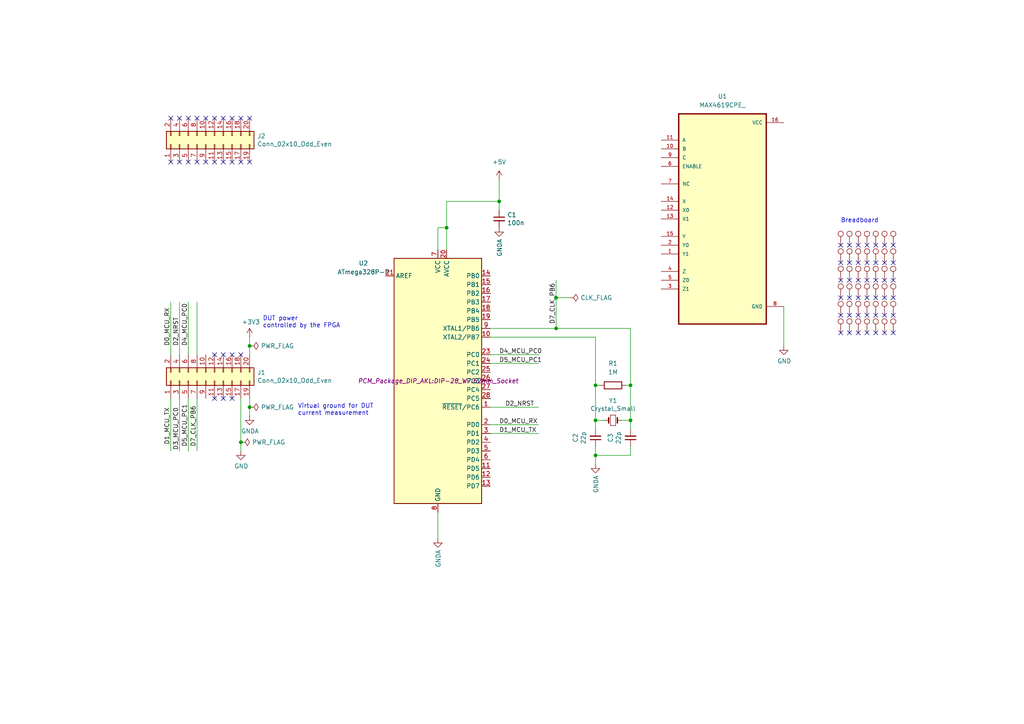
<source format=kicad_sch>
(kicad_sch (version 20231120) (generator "eeschema") (generator_version "8.0")
  (paper "A4")
  (title_block (title "Scaffold AtMega328p daughterboard") (date "2024-0-21") (company "Laurent Bonnet") (comment 1 "Under LGPL v3 license"))
  (lib_symbols
    (symbol "Device:R" (pin_numbers hide) (pin_names (offset 0))
      (property "Reference" "R" (at 2.032 0 90))
      (property "Value" "R" (at 0 0 90))
      (symbol "R_0_1"
        (rectangle (start -1.016 -2.54) (end 1.016 2.54) (stroke (width 0.254)))
      )
      (symbol "R_1_1"
        (pin passive line (at 0 3.81 270) (length 1.27) (name "~") (number "1"))
        (pin passive line (at 0 -3.81 90) (length 1.27) (name "~") (number "2"))
      )
    )
    (symbol "MAX4619CPE_:MAX4619CPE_" (pin_names (offset 1.016))
      (property "Reference" "U" (at -12.7 31.48 0))
      (property "Value" "MAX4619CPE_" (at -12.7 -34.48 0))
      (symbol "MAX4619CPE__0_0"
        (rectangle (start -12.7 -30.48) (end 12.7 30.48) (stroke (width 0.41)) (fill (type background)))
        (pin bidirectional line (at -17.78 -10.16 0) (length 5.08) (name "Y1") (number "1"))
        (pin input line (at -17.78 20.32 0) (length 5.08) (name "B") (number "10"))
        (pin input line (at -17.78 22.86 0) (length 5.08) (name "A") (number "11"))
        (pin bidirectional line (at -17.78 2.54 0) (length 5.08) (name "X0") (number "12"))
        (pin bidirectional line (at -17.78 0 0) (length 5.08) (name "X1") (number "13"))
        (pin bidirectional line (at -17.78 5.08 0) (length 5.08) (name "X") (number "14"))
        (pin bidirectional line (at -17.78 -5.08 0) (length 5.08) (name "Y") (number "15"))
        (pin power_in line (at 17.78 27.94 180) (length 5.08) (name "VCC") (number "16"))
        (pin bidirectional line (at -17.78 -7.62 0) (length 5.08) (name "Y0") (number "2"))
        (pin bidirectional line (at -17.78 -20.32 0) (length 5.08) (name "Z1") (number "3"))
        (pin bidirectional line (at -17.78 -15.24 0) (length 5.08) (name "Z") (number "4"))
        (pin bidirectional line (at -17.78 -17.78 0) (length 5.08) (name "Z0") (number "5"))
        (pin input line (at -17.78 15.24 0) (length 5.08) (name "ENABLE") (number "6"))
        (pin bidirectional line (at -17.78 10.16 0) (length 5.08) (name "NC") (number "7"))
        (pin power_in line (at 17.78 -25.4 180) (length 5.08) (name "GND") (number "8"))
        (pin input line (at -17.78 17.78 0) (length 5.08) (name "C") (number "9"))
      )
    )
    (symbol "MCU_Microchip_ATmega:ATmega328P-P"
      (property "Reference" "U" (at -12.7 36.83 0))
      (property "Value" "ATmega328P-P" (at 2.54 -36.83 0))
      (symbol "ATmega328P-P_0_1"
        (rectangle (start -12.7 -35.56) (end 12.7 35.56) (stroke (width 0.254)) (fill (type background)))
      )
      (symbol "ATmega328P-P_1_1"
        (pin bidirectional line (at 15.24 -7.62 180) (length 2.54) (name "~{RESET}/PC6") (number "1"))
        (pin bidirectional line (at 15.24 12.7 180) (length 2.54) (name "XTAL2/PB7") (number "10"))
        (pin bidirectional line (at 15.24 -25.4 180) (length 2.54) (name "PD5") (number "11"))
        (pin bidirectional line (at 15.24 -27.94 180) (length 2.54) (name "PD6") (number "12"))
        (pin bidirectional line (at 15.24 -30.48 180) (length 2.54) (name "PD7") (number "13"))
        (pin bidirectional line (at 15.24 30.48 180) (length 2.54) (name "PB0") (number "14"))
        (pin bidirectional line (at 15.24 27.94 180) (length 2.54) (name "PB1") (number "15"))
        (pin bidirectional line (at 15.24 25.4 180) (length 2.54) (name "PB2") (number "16"))
        (pin bidirectional line (at 15.24 22.86 180) (length 2.54) (name "PB3") (number "17"))
        (pin bidirectional line (at 15.24 20.32 180) (length 2.54) (name "PB4") (number "18"))
        (pin bidirectional line (at 15.24 17.78 180) (length 2.54) (name "PB5") (number "19"))
        (pin bidirectional line (at 15.24 -12.7 180) (length 2.54) (name "PD0") (number "2"))
        (pin power_in line (at 2.54 38.1 270) (length 2.54) (name "AVCC") (number "20"))
        (pin passive line (at -15.24 30.48 0) (length 2.54) (name "AREF") (number "21"))
        (pin passive line (at 0 -38.1 90) (length 2.54) hide (name "GND") (number "22"))
        (pin bidirectional line (at 15.24 7.62 180) (length 2.54) (name "PC0") (number "23"))
        (pin bidirectional line (at 15.24 5.08 180) (length 2.54) (name "PC1") (number "24"))
        (pin bidirectional line (at 15.24 2.54 180) (length 2.54) (name "PC2") (number "25"))
        (pin bidirectional line (at 15.24 0 180) (length 2.54) (name "PC3") (number "26"))
        (pin bidirectional line (at 15.24 -2.54 180) (length 2.54) (name "PC4") (number "27"))
        (pin bidirectional line (at 15.24 -5.08 180) (length 2.54) (name "PC5") (number "28"))
        (pin bidirectional line (at 15.24 -15.24 180) (length 2.54) (name "PD1") (number "3"))
        (pin bidirectional line (at 15.24 -17.78 180) (length 2.54) (name "PD2") (number "4"))
        (pin bidirectional line (at 15.24 -20.32 180) (length 2.54) (name "PD3") (number "5"))
        (pin bidirectional line (at 15.24 -22.86 180) (length 2.54) (name "PD4") (number "6"))
        (pin power_in line (at 0 38.1 270) (length 2.54) (name "VCC") (number "7"))
        (pin power_in line (at 0 -38.1 90) (length 2.54) (name "GND") (number "8"))
        (pin bidirectional line (at 15.24 15.24 180) (length 2.54) (name "XTAL1/PB6") (number "9"))
      )
    )
    (symbol "power:+5V" (power) (pin_numbers hide) (pin_names (offset 0) hide)
      (property "Value" "+5V" (at 0 3.556 0))
      (symbol "+5V_0_1"
        (polyline (pts (xy -0.762 1.27) (xy 0 2.54)))
        (polyline (pts (xy 0 0) (xy 0 2.54)))
        (polyline (pts (xy 0 2.54) (xy 0.762 1.27)))
      )
      (symbol "+5V_1_1"
        (pin power_in line (at 0 0 90) (length 0) (name "~") (number "1"))
      )
    )
    (symbol "stm32f205-rescue:+3V3-power" (power) (pin_names (offset 0))
      (property "Value" "+3V3-power" (at 0 3.556 0))
      (symbol "+3V3-power_0_1"
        (polyline (pts (xy -0.762 1.27) (xy 0 2.54)))
        (polyline (pts (xy 0 0) (xy 0 2.54)))
        (polyline (pts (xy 0 2.54) (xy 0.762 1.27)))
      )
      (symbol "+3V3-power_1_1"
        (pin power_in line (at 0 0 90) (length 0) hide (name "+3V3") (number "1"))
      )
    )
    (symbol "stm32f205-rescue:C_Small-Device" (pin_numbers hide) (pin_names (offset 0.254) hide)
      (property "Reference" "C" (at 0.254 1.778 0))
      (property "Value" "Device_C_Small" (at 0.254 -2.032 0))
      (symbol "C_Small-Device_0_1"
        (polyline (pts (xy -1.524 -0.508) (xy 1.524 -0.508)) (stroke (width 0.3302)))
        (polyline (pts (xy -1.524 0.508) (xy 1.524 0.508)) (stroke (width 0.3048)))
      )
      (symbol "C_Small-Device_1_1"
        (pin passive line (at 0 2.54 270) (length 2.032) (name "~") (number "1"))
        (pin passive line (at 0 -2.54 90) (length 2.032) (name "~") (number "2"))
      )
    )
    (symbol "stm32f205-rescue:Conn_02x10_Odd_Even-Connector_Generic" (pin_names (offset 1.016) hide)
      (property "Reference" "J" (at 1.27 12.7 0))
      (property "Value" "Connector_Generic_Conn_02x10_Odd_Even" (at 1.27 -15.24 0))
      (symbol "Conn_02x10_Odd_Even-Connector_Generic_1_1"
        (rectangle (start -1.27 -12.573) (end 0 -12.827) (stroke (width 0.1524)))
        (rectangle (start -1.27 -10.033) (end 0 -10.287) (stroke (width 0.1524)))
        (rectangle (start -1.27 -7.493) (end 0 -7.747) (stroke (width 0.1524)))
        (rectangle (start -1.27 -4.953) (end 0 -5.207) (stroke (width 0.1524)))
        (rectangle (start -1.27 -2.413) (end 0 -2.667) (stroke (width 0.1524)))
        (rectangle (start -1.27 0.127) (end 0 -0.127) (stroke (width 0.1524)))
        (rectangle (start -1.27 2.667) (end 0 2.413) (stroke (width 0.1524)))
        (rectangle (start -1.27 5.207) (end 0 4.953) (stroke (width 0.1524)))
        (rectangle (start -1.27 7.747) (end 0 7.493) (stroke (width 0.1524)))
        (rectangle (start -1.27 10.287) (end 0 10.033) (stroke (width 0.1524)))
        (rectangle (start -1.27 11.43) (end 3.81 -13.97) (stroke (width 0.254)) (fill (type background)))
        (rectangle (start 3.81 -12.573) (end 2.54 -12.827) (stroke (width 0.1524)))
        (rectangle (start 3.81 -10.033) (end 2.54 -10.287) (stroke (width 0.1524)))
        (rectangle (start 3.81 -7.493) (end 2.54 -7.747) (stroke (width 0.1524)))
        (rectangle (start 3.81 -4.953) (end 2.54 -5.207) (stroke (width 0.1524)))
        (rectangle (start 3.81 -2.413) (end 2.54 -2.667) (stroke (width 0.1524)))
        (rectangle (start 3.81 0.127) (end 2.54 -0.127) (stroke (width 0.1524)))
        (rectangle (start 3.81 2.667) (end 2.54 2.413) (stroke (width 0.1524)))
        (rectangle (start 3.81 5.207) (end 2.54 4.953) (stroke (width 0.1524)))
        (rectangle (start 3.81 7.747) (end 2.54 7.493) (stroke (width 0.1524)))
        (rectangle (start 3.81 10.287) (end 2.54 10.033) (stroke (width 0.1524)))
        (pin passive line (at -5.08 10.16 0) (length 3.81) (name "Pin_1") (number "1"))
        (pin passive line (at 7.62 0 180) (length 3.81) (name "Pin_10") (number "10"))
        (pin passive line (at -5.08 -2.54 0) (length 3.81) (name "Pin_11") (number "11"))
        (pin passive line (at 7.62 -2.54 180) (length 3.81) (name "Pin_12") (number "12"))
        (pin passive line (at -5.08 -5.08 0) (length 3.81) (name "Pin_13") (number "13"))
        (pin passive line (at 7.62 -5.08 180) (length 3.81) (name "Pin_14") (number "14"))
        (pin passive line (at -5.08 -7.62 0) (length 3.81) (name "Pin_15") (number "15"))
        (pin passive line (at 7.62 -7.62 180) (length 3.81) (name "Pin_16") (number "16"))
        (pin passive line (at -5.08 -10.16 0) (length 3.81) (name "Pin_17") (number "17"))
        (pin passive line (at 7.62 -10.16 180) (length 3.81) (name "Pin_18") (number "18"))
        (pin passive line (at -5.08 -12.7 0) (length 3.81) (name "Pin_19") (number "19"))
        (pin passive line (at 7.62 10.16 180) (length 3.81) (name "Pin_2") (number "2"))
        (pin passive line (at 7.62 -12.7 180) (length 3.81) (name "Pin_20") (number "20"))
        (pin passive line (at -5.08 7.62 0) (length 3.81) (name "Pin_3") (number "3"))
        (pin passive line (at 7.62 7.62 180) (length 3.81) (name "Pin_4") (number "4"))
        (pin passive line (at -5.08 5.08 0) (length 3.81) (name "Pin_5") (number "5"))
        (pin passive line (at 7.62 5.08 180) (length 3.81) (name "Pin_6") (number "6"))
        (pin passive line (at -5.08 2.54 0) (length 3.81) (name "Pin_7") (number "7"))
        (pin passive line (at 7.62 2.54 180) (length 3.81) (name "Pin_8") (number "8"))
        (pin passive line (at -5.08 0 0) (length 3.81) (name "Pin_9") (number "9"))
      )
    )
    (symbol "stm32f205-rescue:Crystal_Small-Device" (pin_numbers hide) (pin_names (offset 1.016) hide)
      (property "Reference" "Y" (at 0 2.54 0))
      (property "Value" "Device_Crystal_Small" (at 0 -2.54 0))
      (symbol "Crystal_Small-Device_0_1"
        (rectangle (start -0.762 -1.524) (end 0.762 1.524))
        (polyline (pts (xy -1.27 -0.762) (xy -1.27 0.762)) (stroke (width 0.381)))
        (polyline (pts (xy 1.27 -0.762) (xy 1.27 0.762)) (stroke (width 0.381)))
      )
      (symbol "Crystal_Small-Device_1_1"
        (pin passive line (at -2.54 0 0) (length 1.27) (name "1") (number "1"))
        (pin passive line (at 2.54 0 180) (length 1.27) (name "2") (number "2"))
      )
    )
    (symbol "stm32f205-rescue:GND-power" (power) (pin_names (offset 0))
      (property "Value" "GND-power" (at 0 -3.81 0))
      (symbol "GND-power_0_1"
        (polyline (pts (xy 0 0) (xy 0 -1.27) (xy 1.27 -1.27) (xy 0 -2.54) (xy -1.27 -1.27) (xy 0 -1.27)))
      )
      (symbol "GND-power_1_1"
        (pin power_in line (at 0 0 270) (length 0) hide (name "GND") (number "1"))
      )
    )
    (symbol "stm32f205-rescue:GNDA-power" (power) (pin_names (offset 0))
      (property "Value" "GNDA-power" (at 0 -3.81 0))
      (symbol "GNDA-power_0_1"
        (polyline (pts (xy 0 0) (xy 0 -1.27) (xy 1.27 -1.27) (xy 0 -2.54) (xy -1.27 -1.27) (xy 0 -1.27)))
      )
      (symbol "GNDA-power_1_1"
        (pin power_in line (at 0 0 270) (length 0) hide (name "GNDA") (number "1"))
      )
    )
    (symbol "stm32f205-rescue:PWR_FLAG-power" (power) (pin_numbers hide) (pin_names (offset 0) hide)
      (property "Value" "PWR_FLAG-power" (at 0 3.81 0))
      (symbol "PWR_FLAG-power_0_0"
        (pin power_out line (at 0 0 90) (length 0) (name "pwr") (number "1"))
      )
      (symbol "PWR_FLAG-power_0_1"
        (polyline (pts (xy 0 0) (xy 0 1.27) (xy -1.016 1.905) (xy 0 2.54) (xy 1.016 1.905) (xy 0 1.27)))
      )
    )
    (symbol "stm32f205-rescue:TestPoint-Connector" (pin_numbers hide) (pin_names (offset 0.762) hide)
      (property "Reference" "TP" (at 0 6.858 0))
      (property "Value" "Connector_TestPoint" (at 0 5.08 0))
      (symbol "TestPoint-Connector_0_1"
        (circle (center 0 3.302) (radius 0.762))
      )
      (symbol "TestPoint-Connector_1_1"
        (pin passive line (at 0 0 90) (length 2.54) (name "1") (number "1"))
      )
    )
  )
  (junction (at 72.39 118.11))
  (junction (at 172.72 121.92))
  (junction (at 69.85 128.27))
  (junction (at 161.29 95.25))
  (junction (at 144.78 58.42))
  (junction (at 72.39 100.33))
  (junction (at 172.72 132.08))
  (junction (at 172.72 111.76))
  (junction (at 182.88 111.76))
  (junction (at 129.54 66.04))
  (junction (at 161.29 86.36))
  (junction (at 182.88 121.92))
  (no_connect (at 259.08 96.52))
  (no_connect (at 246.38 91.44))
  (no_connect (at 254 81.28))
  (no_connect (at 67.31 115.57))
  (no_connect (at 52.07 34.29))
  (no_connect (at 49.53 46.99))
  (no_connect (at 54.61 34.29))
  (no_connect (at 59.69 46.99))
  (no_connect (at 251.46 76.2))
  (no_connect (at 64.77 102.87))
  (no_connect (at 259.08 91.44))
  (no_connect (at 256.54 86.36))
  (no_connect (at 256.54 81.28))
  (no_connect (at 246.38 76.2))
  (no_connect (at 259.08 76.2))
  (no_connect (at 254 71.12))
  (no_connect (at 64.77 46.99))
  (no_connect (at 254 96.52))
  (no_connect (at 254 76.2))
  (no_connect (at 251.46 86.36))
  (no_connect (at 251.46 96.52))
  (no_connect (at 69.85 46.99))
  (no_connect (at 254 86.36))
  (no_connect (at 49.53 34.29))
  (no_connect (at 67.31 102.87))
  (no_connect (at 62.23 115.57))
  (no_connect (at 246.38 96.52))
  (no_connect (at 243.84 81.28))
  (no_connect (at 259.08 81.28))
  (no_connect (at 64.77 115.57))
  (no_connect (at 67.31 46.99))
  (no_connect (at 251.46 71.12))
  (no_connect (at 248.92 96.52))
  (no_connect (at 59.69 34.29))
  (no_connect (at 67.31 34.29))
  (no_connect (at 246.38 86.36))
  (no_connect (at 256.54 76.2))
  (no_connect (at 248.92 81.28))
  (no_connect (at 256.54 91.44))
  (no_connect (at 248.92 91.44))
  (no_connect (at 248.92 71.12))
  (no_connect (at 243.84 76.2))
  (no_connect (at 62.23 102.87))
  (no_connect (at 57.15 34.29))
  (no_connect (at 62.23 34.29))
  (no_connect (at 259.08 86.36))
  (no_connect (at 243.84 91.44))
  (no_connect (at 62.23 46.99))
  (no_connect (at 248.92 86.36))
  (no_connect (at 251.46 81.28))
  (no_connect (at 52.07 46.99))
  (no_connect (at 256.54 71.12))
  (no_connect (at 54.61 46.99))
  (no_connect (at 243.84 86.36))
  (no_connect (at 64.77 34.29))
  (no_connect (at 243.84 71.12))
  (no_connect (at 246.38 71.12))
  (no_connect (at 256.54 96.52))
  (no_connect (at 72.39 46.99))
  (no_connect (at 248.92 76.2))
  (no_connect (at 243.84 96.52))
  (no_connect (at 246.38 81.28))
  (no_connect (at 57.15 46.99))
  (no_connect (at 72.39 34.29))
  (no_connect (at 259.08 71.12))
  (no_connect (at 254 91.44))
  (no_connect (at 69.85 102.87))
  (no_connect (at 69.85 34.29))
  (no_connect (at 251.46 91.44))
  (wire (pts (xy 172.72 121.92) (xy 175.26 121.92)))
  (wire (pts (xy 182.88 129.54) (xy 182.88 132.08)))
  (wire (pts (xy 127 148.59) (xy 127 156.21)))
  (wire (pts (xy 161.29 86.36) (xy 165.1 86.36)))
  (wire (pts (xy 49.53 115.57) (xy 49.53 130.81)))
  (wire (pts (xy 172.72 111.76) (xy 172.72 97.79)))
  (wire (pts (xy 142.24 118.11) (xy 156.21 118.11)))
  (wire (pts (xy 182.88 124.46) (xy 182.88 121.92)))
  (wire (pts (xy 172.72 111.76) (xy 173.99 111.76)))
  (wire (pts (xy 182.88 111.76) (xy 182.88 121.92)))
  (wire (pts (xy 54.61 87.63) (xy 54.61 102.87)))
  (wire (pts (xy 161.29 86.36) (xy 161.29 95.25)))
  (wire (pts (xy 142.24 125.73) (xy 156.21 125.73)))
  (wire (pts (xy 142.24 105.41) (xy 156.21 105.41)))
  (wire (pts (xy 227.33 88.9) (xy 227.33 100.33)))
  (wire (pts (xy 69.85 128.27) (xy 69.85 115.57)))
  (wire (pts (xy 129.54 58.42) (xy 144.78 58.42)))
  (wire (pts (xy 182.88 132.08) (xy 172.72 132.08)))
  (wire (pts (xy 182.88 95.25) (xy 182.88 111.76)))
  (wire (pts (xy 57.15 115.57) (xy 57.15 130.81)))
  (wire (pts (xy 142.24 97.79) (xy 172.72 97.79)))
  (wire (pts (xy 161.29 95.25) (xy 182.88 95.25)))
  (wire (pts (xy 52.07 115.57) (xy 52.07 130.81)))
  (wire (pts (xy 69.85 130.81) (xy 69.85 128.27)))
  (wire (pts (xy 52.07 102.87) (xy 52.07 87.63)))
  (wire (pts (xy 181.61 111.76) (xy 182.88 111.76)))
  (wire (pts (xy 172.72 111.76) (xy 172.72 121.92)))
  (wire (pts (xy 142.24 123.19) (xy 156.21 123.19)))
  (wire (pts (xy 142.24 95.25) (xy 161.29 95.25)))
  (wire (pts (xy 54.61 115.57) (xy 54.61 130.81)))
  (wire (pts (xy 72.39 118.11) (xy 72.39 120.65)))
  (wire (pts (xy 72.39 100.33) (xy 72.39 102.87)))
  (wire (pts (xy 161.29 81.28) (xy 161.29 86.36)))
  (wire (pts (xy 172.72 129.54) (xy 172.72 132.08)))
  (wire (pts (xy 127 72.39) (xy 127 66.04)))
  (wire (pts (xy 182.88 121.92) (xy 180.34 121.92)))
  (wire (pts (xy 172.72 132.08) (xy 172.72 134.62)))
  (wire (pts (xy 144.78 52.07) (xy 144.78 58.42)))
  (wire (pts (xy 129.54 58.42) (xy 129.54 66.04)))
  (wire (pts (xy 72.39 97.79) (xy 72.39 100.33)))
  (wire (pts (xy 49.53 102.87) (xy 49.53 87.63)))
  (wire (pts (xy 172.72 124.46) (xy 172.72 121.92)))
  (wire (pts (xy 57.15 87.63) (xy 57.15 102.87)))
  (wire (pts (xy 127 66.04) (xy 129.54 66.04)))
  (wire (pts (xy 142.24 102.87) (xy 156.21 102.87)))
  (wire (pts (xy 72.39 115.57) (xy 72.39 118.11)))
  (wire (pts (xy 144.78 60.96) (xy 144.78 58.42)))
  (wire (pts (xy 129.54 66.04) (xy 129.54 72.39)))
  (text "DUT power\ncontrolled by the FPGA" (at 76.2 95.25 0) (effects (font (size 1.27 1.27)) (justify left bottom)))
  (text "Virtual ground for DUT\ncurrent measurement" (at 86.36 120.65 0) (effects (font (size 1.27 1.27)) (justify left bottom)))
  (text "Breadboard" (at 243.84 64.77 0) (effects (font (size 1.27 1.27)) (justify left bottom)))
  (label "D0_MCU_RX" (at 144.78 123.19 0))
  (label "D5_MCU_PC1" (at 54.61 129.54 90))
  (label "D1_MCU_TX" (at 49.53 118.11 270))
  (label "D1_MCU_TX" (at 144.78 125.73 0))
  (label "D2_NRST" (at 154.94 118.11 180))
  (label "D4_MCU_PC0" (at 144.78 102.87 0))
  (label "D0_MCU_RX" (at 49.53 100.33 90))
  (label "D2_NRST" (at 52.07 100.33 90))
  (label "D5_MCU_PC1" (at 144.78 105.41 0))
  (label "D3_MCU_PC0" (at 52.07 118.11 270))
  (label "D4_MCU_PC0" (at 54.61 100.33 90))
  (label "D7_CLK_PB6" (at 161.29 93.98 90))
  (label "D7_CLK_PB6" (at 57.15 129.54 90))
  (symbol (lib_id "stm32f205-rescue:GNDA-power") (at 127 156.21 0) (unit 1)
    (property "Reference" "#PWR0108" (effects (hide yes)))
    (property "Value" "GNDA" (at 127.127 159.4358 90) (effects (justify right)))
  )
  (symbol (lib_id "stm32f205-rescue:C_Small-Device") (at 144.78 63.5 0) (unit 1)
    (property "Reference" "C1" (at 147.1168 62.3316 0) (effects (justify left)))
    (property "Value" "100n" (at 147.1168 64.643 0) (effects (justify left)))
    (property "Footprint" "PCM_Capacitor_SMD_AKL:C_0201_0603Metric" (effects (hide yes)))
  )
  (symbol (lib_id "stm32f205-rescue:GNDA-power") (at 144.78 66.04 0) (unit 1)
    (property "Reference" "#PWR0110" (effects (hide yes)))
    (property "Value" "GNDA" (at 144.907 69.2658 90) (effects (justify right)))
  )
  (symbol (lib_id "stm32f205-rescue:Crystal_Small-Device") (at 177.8 121.92 0) (unit 1)
    (property "Reference" "Y1" (at 177.8 116.205 0))
    (property "Value" "Crystal_Small" (at 177.8 118.5164 0))
    (property "Footprint" "Crystal:Crystal_HC18-U_Vertical" (effects (hide yes)))
  )
  (symbol (lib_id "stm32f205-rescue:C_Small-Device") (at 172.72 127 180) (unit 1)
    (property "Reference" "C2" (at 166.9034 127 90))
    (property "Value" "22p" (at 169.2148 127 90))
    (property "Footprint" "Capacitor_SMD:C_0805_2012Metric" (effects (hide yes)))
  )
  (symbol (lib_id "stm32f205-rescue:C_Small-Device") (at 182.88 127 180) (unit 1)
    (property "Reference" "C3" (at 177.0634 127 90))
    (property "Value" "22p" (at 179.3748 127 90))
    (property "Footprint" "Capacitor_SMD:C_0805_2012Metric" (effects (hide yes)))
  )
  (symbol (lib_id "stm32f205-rescue:GNDA-power") (at 172.72 134.62 0) (unit 1)
    (property "Reference" "#PWR0111" (effects (hide yes)))
    (property "Value" "GNDA" (at 172.847 137.8458 90) (effects (justify right)))
  )
  (symbol (lib_id "stm32f205-rescue:Conn_02x10_Odd_Even-Connector_Generic") (at 59.69 110.49 90) (unit 1)
    (property "Reference" "J1" (at 74.6252 108.0516 90) (effects (justify right)))
    (property "Value" "Conn_02x10_Odd_Even" (at 74.6252 110.363 90) (effects (justify right)))
    (property "Footprint" "Connector_PinSocket_2.54mm:PinSocket_2x10_P2.54mm_Vertical" (effects (hide yes)))
  )
  (symbol (lib_id "stm32f205-rescue:Conn_02x10_Odd_Even-Connector_Generic") (at 59.69 41.91 90) (unit 1)
    (property "Reference" "J2" (at 74.6252 39.4716 90) (effects (justify right)))
    (property "Value" "Conn_02x10_Odd_Even" (at 74.6252 41.783 90) (effects (justify right)))
    (property "Footprint" "Connector_PinSocket_2.54mm:PinSocket_2x10_P2.54mm_Vertical" (effects (hide yes)))
  )
  (symbol (lib_id "stm32f205-rescue:+3V3-power") (at 72.39 97.79 0) (unit 1)
    (property "Reference" "#PWR0101" (effects (hide yes)))
    (property "Value" "+3V3" (at 72.771 93.3958 0))
  )
  (symbol (lib_id "stm32f205-rescue:GNDA-power") (at 72.39 120.65 0) (unit 1)
    (property "Reference" "#PWR0102" (effects (hide yes)))
    (property "Value" "GNDA" (at 72.517 125.0442 0))
  )
  (symbol (lib_id "stm32f205-rescue:GND-power") (at 69.85 130.81 0) (unit 1)
    (property "Reference" "#PWR0103" (effects (hide yes)))
    (property "Value" "GND" (at 69.977 135.2042 0))
  )
  (symbol (lib_id "stm32f205-rescue:TestPoint-Connector") (at 243.84 71.12 0) (unit 1)
    (property "Reference" "TP1" (effects (hide yes)))
    (property "Value" "TestPoint" (effects (hide yes)))
    (property "Footprint" "mykicadlibs:TEST_BREADBOARD_RECTANGULAR" (effects (hide yes)))
  )
  (symbol (lib_id "stm32f205-rescue:TestPoint-Connector") (at 246.38 71.12 0) (unit 1)
    (property "Reference" "TP7" (effects (hide yes)))
    (property "Value" "TestPoint" (effects (hide yes)))
    (property "Footprint" "mykicadlibs:TEST_BREADBOARD_RECTANGULAR" (effects (hide yes)))
  )
  (symbol (lib_id "stm32f205-rescue:TestPoint-Connector") (at 248.92 71.12 0) (unit 1)
    (property "Reference" "TP13" (effects (hide yes)))
    (property "Value" "TestPoint" (effects (hide yes)))
    (property "Footprint" "mykicadlibs:TEST_BREADBOARD_RECTANGULAR" (effects (hide yes)))
  )
  (symbol (lib_id "stm32f205-rescue:TestPoint-Connector") (at 251.46 71.12 0) (unit 1)
    (property "Reference" "TP19" (effects (hide yes)))
    (property "Value" "TestPoint" (effects (hide yes)))
    (property "Footprint" "mykicadlibs:TEST_BREADBOARD_RECTANGULAR" (effects (hide yes)))
  )
  (symbol (lib_id "stm32f205-rescue:TestPoint-Connector") (at 254 71.12 0) (unit 1)
    (property "Reference" "TP25" (effects (hide yes)))
    (property "Value" "TestPoint" (effects (hide yes)))
    (property "Footprint" "mykicadlibs:TEST_BREADBOARD_RECTANGULAR" (effects (hide yes)))
  )
  (symbol (lib_id "stm32f205-rescue:TestPoint-Connector") (at 256.54 71.12 0) (unit 1)
    (property "Reference" "TP31" (effects (hide yes)))
    (property "Value" "TestPoint" (effects (hide yes)))
    (property "Footprint" "mykicadlibs:TEST_BREADBOARD_RECTANGULAR" (effects (hide yes)))
  )
  (symbol (lib_id "stm32f205-rescue:TestPoint-Connector") (at 259.08 71.12 0) (unit 1)
    (property "Reference" "TP37" (effects (hide yes)))
    (property "Value" "TestPoint" (effects (hide yes)))
    (property "Footprint" "mykicadlibs:TEST_BREADBOARD_RECTANGULAR" (effects (hide yes)))
  )
  (symbol (lib_id "stm32f205-rescue:TestPoint-Connector") (at 243.84 76.2 0) (unit 1)
    (property "Reference" "TP2" (effects (hide yes)))
    (property "Value" "TestPoint" (effects (hide yes)))
    (property "Footprint" "mykicadlibs:TEST_BREADBOARD_RECTANGULAR" (effects (hide yes)))
  )
  (symbol (lib_id "stm32f205-rescue:TestPoint-Connector") (at 246.38 76.2 0) (unit 1)
    (property "Reference" "TP8" (effects (hide yes)))
    (property "Value" "TestPoint" (effects (hide yes)))
    (property "Footprint" "mykicadlibs:TEST_BREADBOARD_RECTANGULAR" (effects (hide yes)))
  )
  (symbol (lib_id "stm32f205-rescue:TestPoint-Connector") (at 248.92 76.2 0) (unit 1)
    (property "Reference" "TP14" (effects (hide yes)))
    (property "Value" "TestPoint" (effects (hide yes)))
    (property "Footprint" "mykicadlibs:TEST_BREADBOARD_RECTANGULAR" (effects (hide yes)))
  )
  (symbol (lib_id "stm32f205-rescue:TestPoint-Connector") (at 251.46 76.2 0) (unit 1)
    (property "Reference" "TP20" (effects (hide yes)))
    (property "Value" "TestPoint" (effects (hide yes)))
    (property "Footprint" "mykicadlibs:TEST_BREADBOARD_RECTANGULAR" (effects (hide yes)))
  )
  (symbol (lib_id "stm32f205-rescue:TestPoint-Connector") (at 254 76.2 0) (unit 1)
    (property "Reference" "TP26" (effects (hide yes)))
    (property "Value" "TestPoint" (effects (hide yes)))
    (property "Footprint" "mykicadlibs:TEST_BREADBOARD_RECTANGULAR" (effects (hide yes)))
  )
  (symbol (lib_id "stm32f205-rescue:TestPoint-Connector") (at 256.54 76.2 0) (unit 1)
    (property "Reference" "TP32" (effects (hide yes)))
    (property "Value" "TestPoint" (effects (hide yes)))
    (property "Footprint" "mykicadlibs:TEST_BREADBOARD_RECTANGULAR" (effects (hide yes)))
  )
  (symbol (lib_id "stm32f205-rescue:TestPoint-Connector") (at 259.08 76.2 0) (unit 1)
    (property "Reference" "TP38" (effects (hide yes)))
    (property "Value" "TestPoint" (effects (hide yes)))
    (property "Footprint" "mykicadlibs:TEST_BREADBOARD_RECTANGULAR" (effects (hide yes)))
  )
  (symbol (lib_id "stm32f205-rescue:TestPoint-Connector") (at 243.84 81.28 0) (unit 1)
    (property "Reference" "TP3" (effects (hide yes)))
    (property "Value" "TestPoint" (effects (hide yes)))
    (property "Footprint" "mykicadlibs:TEST_BREADBOARD_RECTANGULAR" (effects (hide yes)))
  )
  (symbol (lib_id "stm32f205-rescue:TestPoint-Connector") (at 246.38 81.28 0) (unit 1)
    (property "Reference" "TP9" (effects (hide yes)))
    (property "Value" "TestPoint" (effects (hide yes)))
    (property "Footprint" "mykicadlibs:TEST_BREADBOARD_RECTANGULAR" (effects (hide yes)))
  )
  (symbol (lib_id "stm32f205-rescue:TestPoint-Connector") (at 248.92 81.28 0) (unit 1)
    (property "Reference" "TP15" (effects (hide yes)))
    (property "Value" "TestPoint" (effects (hide yes)))
    (property "Footprint" "mykicadlibs:TEST_BREADBOARD_RECTANGULAR" (effects (hide yes)))
  )
  (symbol (lib_id "stm32f205-rescue:TestPoint-Connector") (at 251.46 81.28 0) (unit 1)
    (property "Reference" "TP21" (effects (hide yes)))
    (property "Value" "TestPoint" (effects (hide yes)))
    (property "Footprint" "mykicadlibs:TEST_BREADBOARD_RECTANGULAR" (effects (hide yes)))
  )
  (symbol (lib_id "stm32f205-rescue:TestPoint-Connector") (at 254 81.28 0) (unit 1)
    (property "Reference" "TP27" (effects (hide yes)))
    (property "Value" "TestPoint" (effects (hide yes)))
    (property "Footprint" "mykicadlibs:TEST_BREADBOARD_RECTANGULAR" (effects (hide yes)))
  )
  (symbol (lib_id "stm32f205-rescue:TestPoint-Connector") (at 256.54 81.28 0) (unit 1)
    (property "Reference" "TP33" (effects (hide yes)))
    (property "Value" "TestPoint" (effects (hide yes)))
    (property "Footprint" "mykicadlibs:TEST_BREADBOARD_RECTANGULAR" (effects (hide yes)))
  )
  (symbol (lib_id "stm32f205-rescue:TestPoint-Connector") (at 259.08 81.28 0) (unit 1)
    (property "Reference" "TP39" (effects (hide yes)))
    (property "Value" "TestPoint" (effects (hide yes)))
    (property "Footprint" "mykicadlibs:TEST_BREADBOARD_RECTANGULAR" (effects (hide yes)))
  )
  (symbol (lib_id "stm32f205-rescue:TestPoint-Connector") (at 243.84 86.36 0) (unit 1)
    (property "Reference" "TP4" (effects (hide yes)))
    (property "Value" "TestPoint" (effects (hide yes)))
    (property "Footprint" "mykicadlibs:TEST_BREADBOARD_RECTANGULAR" (effects (hide yes)))
  )
  (symbol (lib_id "stm32f205-rescue:TestPoint-Connector") (at 246.38 86.36 0) (unit 1)
    (property "Reference" "TP10" (effects (hide yes)))
    (property "Value" "TestPoint" (effects (hide yes)))
    (property "Footprint" "mykicadlibs:TEST_BREADBOARD_RECTANGULAR" (effects (hide yes)))
  )
  (symbol (lib_id "stm32f205-rescue:TestPoint-Connector") (at 248.92 86.36 0) (unit 1)
    (property "Reference" "TP16" (effects (hide yes)))
    (property "Value" "TestPoint" (effects (hide yes)))
    (property "Footprint" "mykicadlibs:TEST_BREADBOARD_RECTANGULAR" (effects (hide yes)))
  )
  (symbol (lib_id "stm32f205-rescue:TestPoint-Connector") (at 251.46 86.36 0) (unit 1)
    (property "Reference" "TP22" (effects (hide yes)))
    (property "Value" "TestPoint" (effects (hide yes)))
    (property "Footprint" "mykicadlibs:TEST_BREADBOARD_RECTANGULAR" (effects (hide yes)))
  )
  (symbol (lib_id "stm32f205-rescue:TestPoint-Connector") (at 254 86.36 0) (unit 1)
    (property "Reference" "TP28" (effects (hide yes)))
    (property "Value" "TestPoint" (effects (hide yes)))
    (property "Footprint" "mykicadlibs:TEST_BREADBOARD_RECTANGULAR" (effects (hide yes)))
  )
  (symbol (lib_id "stm32f205-rescue:TestPoint-Connector") (at 256.54 86.36 0) (unit 1)
    (property "Reference" "TP34" (effects (hide yes)))
    (property "Value" "TestPoint" (effects (hide yes)))
    (property "Footprint" "mykicadlibs:TEST_BREADBOARD_RECTANGULAR" (effects (hide yes)))
  )
  (symbol (lib_id "stm32f205-rescue:TestPoint-Connector") (at 259.08 86.36 0) (unit 1)
    (property "Reference" "TP40" (effects (hide yes)))
    (property "Value" "TestPoint" (effects (hide yes)))
    (property "Footprint" "mykicadlibs:TEST_BREADBOARD_RECTANGULAR" (effects (hide yes)))
  )
  (symbol (lib_id "stm32f205-rescue:TestPoint-Connector") (at 243.84 91.44 0) (unit 1)
    (property "Reference" "TP5" (effects (hide yes)))
    (property "Value" "TestPoint" (effects (hide yes)))
    (property "Footprint" "mykicadlibs:TEST_BREADBOARD_RECTANGULAR" (effects (hide yes)))
  )
  (symbol (lib_id "stm32f205-rescue:TestPoint-Connector") (at 246.38 91.44 0) (unit 1)
    (property "Reference" "TP11" (effects (hide yes)))
    (property "Value" "TestPoint" (effects (hide yes)))
    (property "Footprint" "mykicadlibs:TEST_BREADBOARD_RECTANGULAR" (effects (hide yes)))
  )
  (symbol (lib_id "stm32f205-rescue:TestPoint-Connector") (at 248.92 91.44 0) (unit 1)
    (property "Reference" "TP17" (effects (hide yes)))
    (property "Value" "TestPoint" (effects (hide yes)))
    (property "Footprint" "mykicadlibs:TEST_BREADBOARD_RECTANGULAR" (effects (hide yes)))
  )
  (symbol (lib_id "stm32f205-rescue:TestPoint-Connector") (at 251.46 91.44 0) (unit 1)
    (property "Reference" "TP23" (effects (hide yes)))
    (property "Value" "TestPoint" (effects (hide yes)))
    (property "Footprint" "mykicadlibs:TEST_BREADBOARD_RECTANGULAR" (effects (hide yes)))
  )
  (symbol (lib_id "stm32f205-rescue:TestPoint-Connector") (at 254 91.44 0) (unit 1)
    (property "Reference" "TP29" (effects (hide yes)))
    (property "Value" "TestPoint" (effects (hide yes)))
    (property "Footprint" "mykicadlibs:TEST_BREADBOARD_RECTANGULAR" (effects (hide yes)))
  )
  (symbol (lib_id "stm32f205-rescue:TestPoint-Connector") (at 256.54 91.44 0) (unit 1)
    (property "Reference" "TP35" (effects (hide yes)))
    (property "Value" "TestPoint" (effects (hide yes)))
    (property "Footprint" "mykicadlibs:TEST_BREADBOARD_RECTANGULAR" (effects (hide yes)))
  )
  (symbol (lib_id "stm32f205-rescue:TestPoint-Connector") (at 259.08 91.44 0) (unit 1)
    (property "Reference" "TP41" (effects (hide yes)))
    (property "Value" "TestPoint" (effects (hide yes)))
    (property "Footprint" "mykicadlibs:TEST_BREADBOARD_RECTANGULAR" (effects (hide yes)))
  )
  (symbol (lib_id "stm32f205-rescue:TestPoint-Connector") (at 243.84 96.52 0) (unit 1)
    (property "Reference" "TP6" (effects (hide yes)))
    (property "Value" "TestPoint" (effects (hide yes)))
    (property "Footprint" "mykicadlibs:TEST_BREADBOARD_RECTANGULAR" (effects (hide yes)))
  )
  (symbol (lib_id "stm32f205-rescue:TestPoint-Connector") (at 246.38 96.52 0) (unit 1)
    (property "Reference" "TP12" (effects (hide yes)))
    (property "Value" "TestPoint" (effects (hide yes)))
    (property "Footprint" "mykicadlibs:TEST_BREADBOARD_RECTANGULAR" (effects (hide yes)))
  )
  (symbol (lib_id "stm32f205-rescue:TestPoint-Connector") (at 248.92 96.52 0) (unit 1)
    (property "Reference" "TP18" (effects (hide yes)))
    (property "Value" "TestPoint" (effects (hide yes)))
    (property "Footprint" "mykicadlibs:TEST_BREADBOARD_RECTANGULAR" (effects (hide yes)))
  )
  (symbol (lib_id "stm32f205-rescue:TestPoint-Connector") (at 251.46 96.52 0) (unit 1)
    (property "Reference" "TP24" (effects (hide yes)))
    (property "Value" "TestPoint" (effects (hide yes)))
    (property "Footprint" "mykicadlibs:TEST_BREADBOARD_RECTANGULAR" (effects (hide yes)))
  )
  (symbol (lib_id "stm32f205-rescue:TestPoint-Connector") (at 254 96.52 0) (unit 1)
    (property "Reference" "TP30" (effects (hide yes)))
    (property "Value" "TestPoint" (effects (hide yes)))
    (property "Footprint" "mykicadlibs:TEST_BREADBOARD_RECTANGULAR" (effects (hide yes)))
  )
  (symbol (lib_id "stm32f205-rescue:TestPoint-Connector") (at 256.54 96.52 0) (unit 1)
    (property "Reference" "TP36" (effects (hide yes)))
    (property "Value" "TestPoint" (effects (hide yes)))
    (property "Footprint" "mykicadlibs:TEST_BREADBOARD_RECTANGULAR" (effects (hide yes)))
  )
  (symbol (lib_id "stm32f205-rescue:TestPoint-Connector") (at 259.08 96.52 0) (unit 1)
    (property "Reference" "TP42" (effects (hide yes)))
    (property "Value" "TestPoint" (effects (hide yes)))
    (property "Footprint" "mykicadlibs:TEST_BREADBOARD_RECTANGULAR" (effects (hide yes)))
  )
  (symbol (lib_id "stm32f205-rescue:PWR_FLAG-power") (at 72.39 118.11 270) (unit 1)
    (property "Reference" "#FLG0101" (effects (hide yes)))
    (property "Value" "PWR_FLAG" (at 75.6412 118.11 90) (effects (justify left)))
  )
  (symbol (lib_id "stm32f205-rescue:PWR_FLAG-power") (at 72.39 100.33 270) (unit 1)
    (property "Reference" "#FLG0102" (effects (hide yes)))
    (property "Value" "PWR_FLAG" (at 75.6412 100.33 90) (effects (justify left)))
  )
  (symbol (lib_id "stm32f205-rescue:PWR_FLAG-power") (at 69.85 128.27 270) (unit 1)
    (property "Reference" "#FLG0103" (effects (hide yes)))
    (property "Value" "PWR_FLAG" (at 73.1012 128.27 90) (effects (justify left)))
  )
  (symbol (lib_id "power:+5V") (at 144.78 52.07 0) (unit 1)
    (property "Reference" "#PWR02" (effects (hide yes)))
    (property "Value" "+5V" (at 144.78 46.99 0))
    (property "Description" "Power symbol creates a global label with name \"+5V\"" (effects (hide yes)))
  )
  (symbol (lib_id "MAX4619CPE_:MAX4619CPE_") (at 209.55 63.5 0) (unit 1)
    (property "Reference" "U1" (at 209.55 27.94 0))
    (property "Value" "MAX4619CPE_" (at 209.55 30.48 0))
    (property "Footprint" "MAX4619CPE_:DIP794W47P254L1943H457Q16" (effects (hide yes)))
    (property "MF" "Maxim Integrated Products" (effects (hide yes)))
    (property "Description_1" "\nAnalog Switch Triple SPDT 16-Pin PDIP N Tube\n" (effects (hide yes)))
    (property "Package" "None" (effects (hide yes)))
    (property "Price" "None" (effects (hide yes)))
    (property "SnapEDA_Link" "https://www.snapeda.com/parts/MAX4619CPE+/Analog+Devices/view-part/?ref=snap" (effects (hide yes)))
    (property "MP" "MAX4619CPE+" (effects (hide yes)))
    (property "Availability" "In Stock" (effects (hide yes)))
    (property "Check_prices" "https://www.snapeda.com/parts/MAX4619CPE+/Analog+Devices/view-part/?ref=eda" (effects (hide yes)))
  )
  (symbol (lib_id "Device:R") (at 177.8 111.76 270) (unit 1)
    (property "Reference" "R1" (at 177.8 105.41 90))
    (property "Value" "1M" (at 177.8 107.95 90))
    (property "Footprint" "PCM_Resistor_SMD_AKL:R_0402_1005Metric" (effects (hide yes)))
    (property "Description" "Resistor" (effects (hide yes)))
  )
  (symbol (lib_id "MCU_Microchip_ATmega:ATmega328P-P") (at 127 110.49 0) (unit 1)
    (property "Reference" "U2" (at 105.41 76.362 0))
    (property "Value" "ATmega328P-P" (at 105.41 78.902 0))
    (property "Footprint" "PCM_Package_DIP_AKL:DIP-28_W7.62mm_Socket" (at 127 110.49 0) (effects (font (italic yes))))
    (property "Datasheet" "http://ww1.microchip.com/downloads/en/DeviceDoc/ATmega328_P%20AVR%20MCU%20with%20picoPower%20Technology%20Data%20Sheet%2040001984A.pdf" (effects (hide yes)))
    (property "Description" "20MHz, 32kB Flash, 2kB SRAM, 1kB EEPROM, DIP-28" (effects (hide yes)))
  )
  (symbol (lib_id "stm32f205-rescue:PWR_FLAG-power") (at 165.1 86.36 270) (unit 1)
    (property "Reference" "#FLG01" (effects (hide yes)))
    (property "Value" "CLK_FLAG" (at 168.3512 86.36 90) (effects (justify left)))
  )
  (symbol (lib_id "stm32f205-rescue:GND-power") (at 227.33 100.33 0) (unit 1)
    (property "Reference" "#PWR01" (effects (hide yes)))
    (property "Value" "GND" (at 227.457 104.7242 0))
  )
)
</source>
